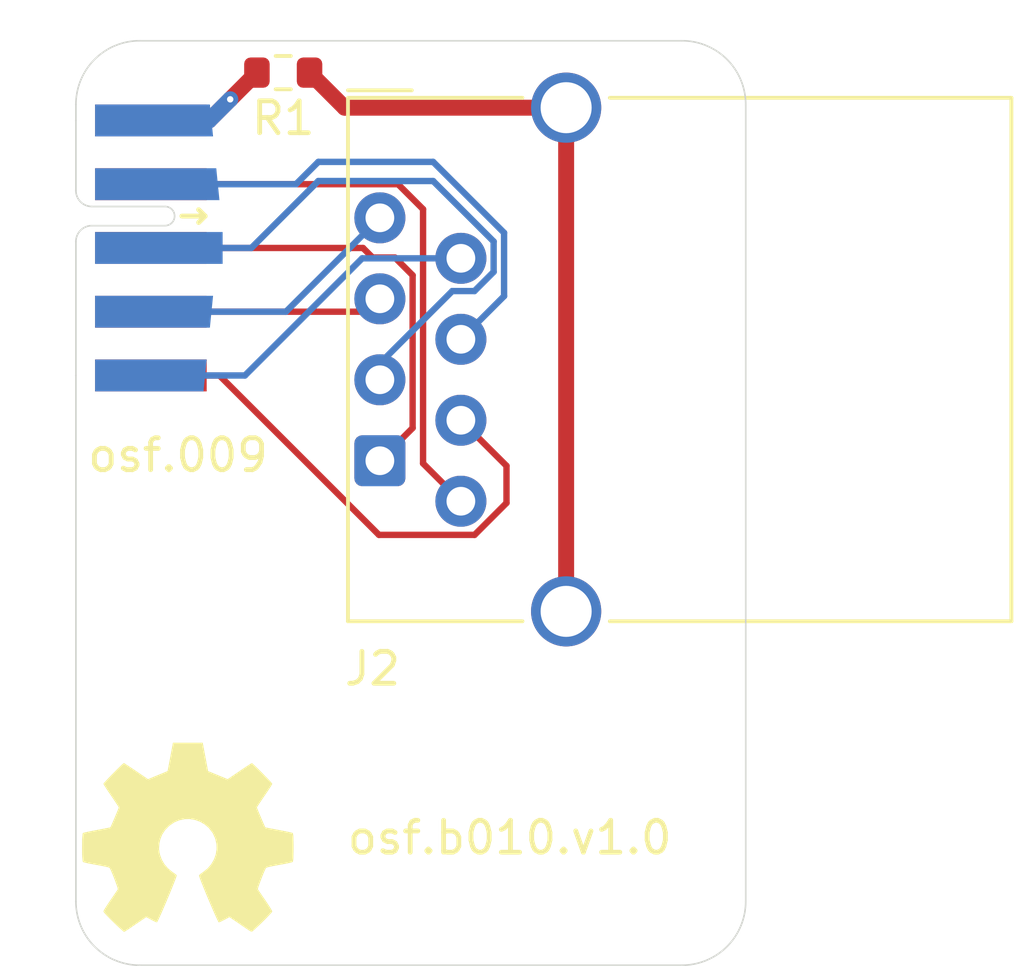
<source format=kicad_pcb>
(kicad_pcb (version 20211014) (generator pcbnew)
  (layers (0 "F.Cu" signal) (31 "B.Cu" signal) (34 "B.Paste" user) (35 "F.Paste" user) (36 "B.SilkS" user "B.Silkscreen") (37 "F.SilkS" user "F.Silkscreen") (38 "B.Mask" user) (39 "F.Mask" user) (44 "Edge.Cuts" user))
  (net 0 "")
  (net 1 "Earth")
  (net 2 "/rj45/TD1+")
  (net 3 "/rj45/TD1-")
  (net 4 "/rj45/TD2+")
  (net 5 "/rj45/TD2-")
  (net 6 "/rj45/TD3+")
  (net 7 "/rj45/TD3-")
  (net 8 "/rj45/TD4+")
  (net 9 "/rj45/TD4-")
  (net 10 "/rj45/SCHIELD")
  (footprint "Resistor_SMD:R_0603_1608Metric" (layer "F.Cu") (at 146.5 91 180)
    (fp_text reference "R1" (at 0 -1.43) (layer "F.SilkS"))
    (fp_text value "0R")
    (fp_line (start -0.237258 0.5225) (end 0.237258 0.5225) (layer "F.SilkS") (width 0.12))
    (fp_line (start -0.237258 -0.5225) (end 0.237258 -0.5225) (layer "F.SilkS") (width 0.12))
    (pad "1" smd roundrect (at -0.825 0 180) (size 0.8 0.95) (layers "F.Cu" "F.Paste" "F.Mask") (net 10 "/rj45/SCHIELD"))
    (pad "2" smd roundrect (at 0.825 0 180) (size 0.8 0.95) (layers "F.Cu" "F.Paste" "F.Mask") (net 1 "Earth"))
  )
  (footprint "Symbol:OSHW-Symbol_6.7x6mm_SilkScreen" (layer "F.Cu") (at 143.5 115)
    (fp_text reference "LOGO1" hide)
    (fp_text value "Logo_Open_Hardware_Small" hide)
    (fp_poly (pts (xy 0.555814 -2.531069) (xy 0.639635 -2.086445) (xy 0.94892 -1.958947) (xy 1.258206 -1.831449) (xy 1.629246 -2.083754) (xy 1.733157 -2.154004) (xy 1.827087 -2.216728) (xy 1.906652 -2.269062) (xy 1.96747 -2.308143) (xy 2.005157 -2.331107) (xy 2.015421 -2.336058) (xy 2.03391 -2.323324) (xy 2.07342 -2.288118) (xy 2.129522 -2.234938) (xy 2.197787 -2.168282) (xy 2.273786 -2.092646) (xy 2.353092 -2.012528) (xy 2.431275 -1.932426) (xy 2.503907 -1.856836) (xy 2.566559 -1.790255) (xy 2.614803 -1.737182) (xy 2.64421 -1.702113) (xy 2.651241 -1.690377) (xy 2.641123 -1.66874) (xy 2.612759 -1.621338) (xy 2.569129 -1.552807) (xy 2.513218 -1.467785) (xy 2.448006 -1.370907) (xy 2.410219 -1.31565) (xy 2.341343 -1.214752) (xy 2.28014 -1.123701) (xy 2.229578 -1.04703) (xy 2.192628 -0.989272) (xy 2.172258 -0.954957) (xy 2.169197 -0.947746) (xy 2.176136 -0.927252) (xy 2.195051 -0.879487) (xy 2.223087 -0.811168) (xy 2.257391 -0.729011) (xy 2.295109 -0.63973) (xy 2.333387 -0.550042) (xy 2.36937 -0.466662) (xy 2.400206 -0.396306) (xy 2.423039 -0.34569) (xy 2.435017 -0.321529) (xy 2.435724 -0.320578) (xy 2.454531 -0.315964) (xy 2.504618 -0.305672) (xy 2.580793 -0.290713) (xy 2.677865 -0.272099) (xy 2.790643 -0.250841) (xy 2.856442 -0.238582) (xy 2.97695 -0.215638) (xy 3.085797 -0.193805) (xy 3.177476 -0.174278) (xy 3.246481 -0.158252) (xy 3.287304 -0.146921) (xy 3.295511 -0.143326) (xy 3.303548 -0.118994) (xy 3.310033 -0.064041) (xy 3.31497 0.015108) (xy 3.318364 0.112026) (xy 3.320218 0.220287) (xy 3.320538 0.333465) (xy 3.319327 0.445135) (xy 3.31659 0.548868) (xy 3.312331 0.638241) (xy 3.306555 0.706826) (xy 3.299267 0.748197) (xy 3.294895 0.75681) (xy 3.268764 0.767133) (xy 3.213393 0.781892) (xy 3.136107 0.799352) (xy 3.04423 0.81778) (xy 3.012158 0.823741) (xy 2.857524 0.852066) (xy 2.735375 0.874876) (xy 2.641673 0.89308) (xy 2.572384 0.907583) (xy 2.523471 0.919292) (xy 2.490897 0.929115) (xy 2.470628 0.937956) (xy 2.458626 0.946724) (xy 2.456947 0.948457) (xy 2.440184 0.976371) (xy 2.414614 1.030695) (xy 2.382788 1.104777) (xy 2.34726 1.191965) (xy 2.310583 1.285608) (xy 2.275311 1.379052) (xy 2.243996 1.465647) (xy 2.219193 1.53874) (xy 2.203454 1.591678) (xy 2.199332 1.617811) (xy 2.199676 1.618726) (xy 2.213641 1.640086) (xy 2.245322 1.687084) (xy 2.291391 1.754827) (xy 2.348518 1.838423) (xy 2.413373 1.932982) (xy 2.431843 1.959854) (xy 2.497699 2.057275) (xy 2.55565 2.146163) (xy 2.602538 2.221412) (xy 2.635207 2.27792) (xy 2.6505 2.310581) (xy 2.651241 2.314593) (xy 2.638392 2.335684) (xy 2.602888 2.377464) (xy 2.549293 2.435445) (xy 2.482171 2.505135) (xy 2.406087 2.582045) (xy 2.325604 2.661683) (xy 2.245287 2.739561) (xy 2.169699 2.811186) (xy 2.103405 2.87207) (xy 2.050969 2.917721) (xy 2.016955 2.94365) (xy 2.007545 2.947883) (xy 1.985643 2.937912) (xy 1.9408 2.91102) (xy 1.880321 2.871736) (xy 1.833789 2.840117) (xy 1.749475 2.782098) (xy 1.649626 2.713784) (xy 1.549473 2.645579) (xy 1.495627 2.609075) (xy 1.313371 2.4858) (xy 1.160381 2.56852) (xy 1.090682 2.604759) (xy 1.031414 2.632926) (xy 0.991311 2.648991) (xy 0.981103 2.651226) (xy 0.968829 2.634722) (xy 0.944613 2.588082) (xy 0.910263 2.515609) (xy 0.867588 2.421606) (xy 0.818394 2.310374) (xy 0.76449 2.186215) (xy 0.707684 2.053432) (xy 0.649782 1.916327) (xy 0.592593 1.779202) (xy 0.537924 1.646358) (xy 0.487584 1.522098) (xy 0.44338 1.410725) (xy 0.407119 1.316539) (xy 0.380609 1.243844) (xy 0.365658 1.196941) (xy 0.363254 1.180833) (xy 0.382311 1.160286) (xy 0.424036 1.126933) (xy 0.479706 1.087702) (xy 0.484378 1.084599) (xy 0.628264 0.969423) (xy 0.744283 0.835053) (xy 0.83143 0.685784) (xy 0.888699 0.525913) (xy 0.915086 0.359737) (xy 0.909585 0.191552) (xy 0.87119 0.025655) (xy 0.798895 -0.133658) (xy 0.777626 -0.168513) (xy 0.666996 -0.309263) (xy 0.536302 -0.422286) (xy 0.390064 -0.506997) (xy 0.232808 -0.562806) (xy 0.069057 -0.589126) (xy -0.096667 -0.58537) (xy -0.259838 -0.55095) (xy -0.415935 -0.485277) (xy -0.560433 -0.387765) (xy -0.605131 -0.348187) (xy -0.718888 -0.224297) (xy -0.801782 -0.093876) (xy -0.858644 0.052315) (xy -0.890313 0.197088) (xy -0.898131 0.35986) (xy -0.872062 0.52344) (xy -0.814755 0.682298) (xy -0.728856 0.830906) (xy -0.617014 0.963735) (xy -0.481877 1.075256) (xy -0.464117 1.087011) (xy -0.40785 1.125508) (xy -0.365077 1.158863) (xy -0.344628 1.18016) (xy -0.344331 1.180833) (xy -0.348721 1.203871) (xy -0.366124 1.256157) (xy -0.394732 1.33339) (xy -0.432735 1.431268) (xy -0.478326 1.545491) (xy -0.529697 1.671758) (xy -0.585038 1.805767) (xy -0.642542 1.943218) (xy -0.700399 2.079808) (xy -0.756802 2.211237) (xy -0.809942 2.333205) (xy -0.85801 2.441409) (xy -0.899199 2.531549) (xy -0.931699 2.599323) (xy -0.953703 2.64043) (xy -0.962564 2.651226) (xy -0.98964 2.642819) (xy -1.040303 2.620272) (xy -1.105817 2.587613) (xy -1.141841 2.56852) (xy -1.294832 2.4858) (xy -1.477088 2.609075) (xy -1.570125 2.672228) (xy -1.671985 2.741727) (xy -1.767438 2.807165) (xy -1.81525 2.840117) (xy -1.882495 2.885273) (xy -1.939436 2.921057) (xy -1.978646 2.942938) (xy -1.991381 2.947563) (xy -2.009917 2.935085) (xy -2.050941 2.900252) (xy -2.110475 2.846678) (xy -2.184542 2.777983) (xy -2.269165 2.697781) (xy -2.322685 2.646286) (xy -2.416319 2.554286) (xy -2.497241 2.471999) (xy -2.562177 2.402945) (xy -2.607858 2.350644) (xy -2.631011 2.318616) (xy -2.633232 2.312116) (xy -2.622924 2.287394) (xy -2.594439 2.237405) (xy -2.550937 2.167212) (xy -2.495577 2.081875) (xy -2.43152 1.986456) (xy -2.413303 1.959854) (xy -2.346927 1.863167) (xy -2.287378 1.776117) (xy -2.237984 1.703595) (xy -2.202075 1.650493) (xy -2.182981 1.621703) (xy -2.181136 1.618726) (xy -2.183895 1.595782) (xy -2.198538 1.545336) (xy -2.222513 1.474041) (xy -2.253266 1.388547) (xy -2.288244 1.295507) (xy -2.324893 1.201574) (xy -2.360661 1.113399) (xy -2.392994 1.037634) (xy -2.419338 0.980931) (xy -2.437142 0.949943) (xy -2.438407 0.948457) (xy -2.449294 0.939601) (xy -2.467682 0.930843) (xy -2.497606 0.921277) (xy -2.543103 0.909996) (xy -2.608209 0.896093) (xy -2.696961 0.878663) (xy -2.813393 0.856798) (xy -2.961542 0.829591) (xy -2.993618 0.823741) (xy -3.088686 0.805374) (xy -3.171565 0.787405) (xy -3.23493 0.771569) (xy -3.271458 0.7596) (xy -3.276356 0.75681) (xy -3.284427 0.732072) (xy -3.290987 0.67679) (xy -3.296033 0.597389) (xy -3.299559 0.500296) (xy -3.301561 0.391938) (xy -3.302036 0.27874) (xy -3.300977 0.167128) (xy -3.298382 0.063529) (xy -3.294246 -0.025632) (xy -3.288563 -0.093928) (xy -3.281331 -0.134934) (xy -3.276971 -0.143326) (xy -3.252698 -0.151792) (xy -3.197426 -0.165565) (xy -3.116662 -0.18345) (xy -3.015912 -0.204252) (xy -2.900683 -0.226777) (xy -2.837902 -0.238582) (xy -2.718787 -0.260849) (xy -2.612565 -0.281021) (xy -2.524427 -0.298085) (xy -2.459566 -0.311031) (xy -2.423174 -0.318845) (xy -2.417184 -0.320578) (xy -2.407061 -0.34011) (xy -2.385662 -0.387157) (xy -2.355839 -0.454997) (xy -2.320445 -0.536909) (xy -2.282332 -0.626172) (xy -2.244353 -0.716065) (xy -2.20936 -0.799865) (xy -2.180206 -0.870853) (xy -2.159743 -0.922306) (xy -2.150823 -0.947503) (xy -2.150657 -0.948604) (xy -2.160769 -0.968481) (xy -2.189117 -1.014223) (xy -2.232723 -1.081283) (xy -2.288606 -1.165116) (xy -2.353787 -1.261174) (xy -2.391679 -1.31635) (xy -2.460725 -1.417519) (xy -2.52205 -1.50937) (xy -2.572663 -1.587256) (xy -2.609571 -1.646531) (xy -2.629782 -1.682549) (xy -2.632701 -1.690623) (xy -2.620153 -1.709416) (xy -2.585463 -1.749543) (xy -2.533063 -1.806507) (xy -2.467384 -1.875815) (xy -2.392856 -1.952969) (xy -2.313913 -2.033475) (xy -2.234983 -2.112837) (xy -2.1605 -2.18656) (xy -2.094894 -2.250148) (xy -2.042596 -2.299106) (xy -2.008039 -2.328939) (xy -1.996478 -2.336058) (xy -1.977654 -2.326047) (xy -1.932631 -2.297922) (xy -1.865787 -2.254546) (xy -1.781499 -2.198782) (xy -1.684144 -2.133494) (xy -1.610707 -2.083754) (xy -1.239667 -1.831449) (xy -0.621095 -2.086445) (xy -0.537275 -2.531069) (xy -0.453454 -2.975693) (xy 0.471994 -2.975693) (xy 0.555814 -2.531069)) (layer "F.SilkS") (width 0.01) (fill solid))
  )
  (footprint "b010:RJ45_Wuerth_615008145521_Horizontal" (layer "F.Cu") (at 149.53 95.555)
    (fp_text reference "J2" (at -0.23 14.145) (layer "F.SilkS"))
    (fp_text value "615008145521")
    (fp_line (start -1 12.655) (end 4.47 12.655) (layer "F.SilkS") (width 0.12))
    (fp_line (start -1 -3.75) (end -1 12.655) (layer "F.SilkS") (width 0.12))
    (fp_line (start 7.21 12.655) (end 19.8 12.655) (layer "F.SilkS") (width 0.12))
    (fp_line (start 4.47 -3.765) (end -1 -3.765) (layer "F.SilkS") (width 0.12))
    (fp_line (start 19.8 -3.765) (end 7.21 -3.765) (layer "F.SilkS") (width 0.12))
    (fp_line (start -1 -4) (end 1 -4) (layer "F.SilkS") (width 0.12))
    (fp_line (start 19.8 12.655) (end 19.8 -3.765) (layer "F.SilkS") (width 0.12))
    (pad "" np_thru_hole circle (at 8.89 -1.27 90) (size 3.25 3.25) (drill 3.25) (layers *.Cu *.Mask))
    (pad "" np_thru_hole circle (at 8.89 10.16 90) (size 3.25 3.25) (drill 3.25) (layers *.Cu *.Mask))
    (pad "1" thru_hole roundrect (at 0 7.62 90) (size 1.6 1.6) (drill 0.9) (layers *.Cu *.Mask) (roundrect_rratio 0.155) (net 3 "/rj45/TD1-"))
    (pad "2" thru_hole circle (at 2.54 8.89 90) (size 1.6 1.6) (drill 0.9) (layers *.Cu *.Mask) (net 2 "/rj45/TD1+"))
    (pad "3" thru_hole circle (at 2.54 6.35 90) (size 1.6 1.6) (drill 0.9) (layers *.Cu *.Mask) (net 5 "/rj45/TD2-"))
    (pad "4" thru_hole circle (at 2.54 3.81 90) (size 1.6 1.6) (drill 0.9) (layers *.Cu *.Mask) (net 6 "/rj45/TD3+"))
    (pad "5" thru_hole circle (at 0 5.08 90) (size 1.6 1.6) (drill 0.9) (layers *.Cu *.Mask) (net 7 "/rj45/TD3-"))
    (pad "6" thru_hole circle (at 0 2.54 90) (size 1.6 1.6) (drill 0.9) (layers *.Cu *.Mask) (net 4 "/rj45/TD2+"))
    (pad "7" thru_hole circle (at 0 0 90) (size 1.6 1.6) (drill 0.9) (layers *.Cu *.Mask) (net 8 "/rj45/TD4+"))
    (pad "8" thru_hole circle (at 2.54 1.27 90) (size 1.6 1.6) (drill 0.9) (layers *.Cu *.Mask) (net 9 "/rj45/TD4-"))
    (pad "SH" thru_hole circle (at 5.84 -3.455 90) (size 2.2 2.2) (drill 1.6) (layers *.Cu *.Mask) (net 10 "/rj45/SCHIELD"))
    (pad "SH" thru_hole circle (at 5.84 12.345 90) (size 2.2 2.2) (drill 1.6) (layers *.Cu *.Mask) (net 10 "/rj45/SCHIELD"))
  )
  (footprint "on_edge:on_edge_2x05_device" (layer "F.Cu") (at 140 96.5 -90)
    (fp_text reference "J1")
    (fp_text value "009_1000BASE-T")
    (fp_line (start -1.2 -3.85) (end -1 -4.05) (layer "F.SilkS") (width 0.153))
    (fp_line (start -1 -4.05) (end -1 -3.323) (layer "F.SilkS") (width 0.153))
    (fp_line (start -1 -4.05) (end -0.8 -3.85) (layer "F.SilkS") (width 0.153))
    (fp_line (start -4 0) (end -1.8 0) (layer "Edge.Cuts") (width 0.05))
    (fp_line (start -1.3 -2.8) (end -1.3 -0.5) (layer "Edge.Cuts") (width 0.05))
    (fp_line (start -0.2 0) (end 4 0) (layer "Edge.Cuts") (width 0.05))
    (fp_line (start -0.7 -0.5) (end -0.7 -2.8) (layer "Edge.Cuts") (width 0.05))
    (fp_arc (start -1.3 -2.8) (mid -1 -3.1) (end -0.7 -2.8) (layer "Edge.Cuts") (width 0.05))
    (fp_arc (start -0.2 0) (mid -0.553553 -0.146447) (end -0.7 -0.5) (layer "Edge.Cuts") (width 0.05))
    (fp_arc (start -1.3 -0.5) (mid -1.446447 -0.146447) (end -1.8 0) (layer "Edge.Cuts") (width 0.05))
    (pad "1" smd rect (at -4 -2.35 90) (size 1 3.5) (layers "F.Cu" "F.Mask") (net 1 "Earth"))
    (pad "2" smd rect (at -2 -2.35 270) (size 1 3.5) (layers "F.Cu" "F.Mask") (net 2 "/rj45/TD1+"))
    (pad "3" smd rect (at 0 -2.35 270) (size 1 3.5) (layers "F.Cu" "F.Mask") (net 3 "/rj45/TD1-"))
    (pad "4" smd rect (at 2 -2.35 90) (size 1 3.5) (layers "F.Cu" "F.Mask") (net 4 "/rj45/TD2+"))
    (pad "5" smd rect (at 4 -2.35 90) (size 1 3.5) (layers "F.Cu" "F.Mask") (net 5 "/rj45/TD2-"))
    (pad "6" smd custom (at -4 -2.4 270) (size 1 3.6) (layers "B.Cu" "B.Mask") (net 1 "Earth") (options (clearance outline) (anchor rect)) (primitives (gr_poly (pts (xy 0.5 -1.8) (xy 0.5 -1.9) (xy -0.5 -1.8)) (width 0) (fill yes))))
    (pad "7" smd custom (at -2 -2.1 270) (size 1 3) (layers "B.Cu" "B.Mask") (net 6 "/rj45/TD3+") (options (clearance outline) (anchor rect)) (primitives (gr_poly (pts (xy 0.3 -0.51) (xy 0.31 -0.62) (xy 0.33 -0.7) (xy 0.35 -0.76) (xy 0.37 -0.81) (xy 0.4 -0.86) (xy 0.44 -0.92) (xy 0.48 -0.97) (xy 0.5 -0.99) (xy 0.5 -2.4) (xy -0.5 -2.3) (xy -0.5 1.5) (xy 0.3 1.5)) (width 0) (fill yes))))
    (pad "8" smd rect (at 0 -2.6 270) (size 1 4) (layers "B.Cu" "B.Mask") (net 7 "/rj45/TD3-"))
    (pad "9" smd custom (at 2 -2.4 270) (size 1 3.6) (layers "B.Cu" "B.Mask") (net 8 "/rj45/TD4+") (options (clearance outline) (anchor rect)) (primitives (gr_poly (pts (xy -0.5 -1.8) (xy -0.5 -1.9) (xy 0.5 -1.8)) (width 0) (fill yes))))
    (pad "10" smd custom (at 4 -2.3 270) (size 1 3.4) (layers "B.Cu" "B.Mask") (net 9 "/rj45/TD4-") (options (clearance outline) (anchor rect)) (primitives (gr_poly (pts (xy -0.5 -1.7) (xy -0.5 -1.8) (xy 0.5 -1.7)) (width 0) (fill yes))))
  )
  (gr_line (start 140 92) (end 140 92.5) (layer "Edge.Cuts") (width 0.05))
  (gr_line (start 142 90) (end 159 90) (layer "Edge.Cuts") (width 0.05))
  (gr_arc (start 161 117) (mid 160.414214 118.414214) (end 159 119) (layer "Edge.Cuts") (width 0.05))
  (gr_line (start 159 119) (end 142 119) (layer "Edge.Cuts") (width 0.05))
  (gr_arc (start 159 90) (mid 160.414214 90.585786) (end 161 92) (layer "Edge.Cuts") (width 0.05))
  (gr_arc (start 142 119) (mid 140.585786 118.414214) (end 140 117) (layer "Edge.Cuts") (width 0.05))
  (gr_line (start 161 117) (end 161 92) (layer "Edge.Cuts") (width 0.05))
  (gr_line (start 140 117) (end 140 100.5) (layer "Edge.Cuts") (width 0.05))
  (gr_arc (start 140 92) (mid 140.585786 90.585786) (end 142 90) (layer "Edge.Cuts") (width 0.05))
  (gr_text "osf.b010.v1.0" (at 153.6 115) (layer "F.SilkS") (effects (font (size 1 1))))
  (gr_text "osf.009" (at 143.2 103) (layer "F.SilkS") (effects (font (size 1 1))))
  (segment (start 145.675 91) (end 144.8375 91.8375) (width 0.5) (layer "F.Cu") (net 1))
  (segment (start 144.175 92.5) (end 144.8375 91.8375) (width 0.5) (layer "F.Cu") (net 1))
  (segment (start 142.35 92.5) (end 144.175 92.5) (width 0.5) (layer "F.Cu") (net 1))
  (via (at 144.8375 91.8375) (size 0.5) (drill 0.2) (layers "F.Cu" "B.Cu") (net 1))
  (segment (start 142.4 92.5) (end 144.175 92.5) (width 0.5) (layer "B.Cu") (net 1))
  (segment (start 144.175 92.5) (end 144.8375 91.8375) (width 0.5) (layer "B.Cu") (net 1))
  (segment (start 152.07 104.445) (end 150.884 103.259) (width 0.2) (layer "F.Cu") (net 2))
  (segment (start 150.884 95.284) (end 150.1 94.5) (width 0.2) (layer "F.Cu") (net 2))
  (segment (start 150.884 103.259) (end 150.884 95.284) (width 0.2) (layer "F.Cu") (net 2))
  (segment (start 150.1 94.5) (end 142.35 94.5) (width 0.2) (layer "F.Cu") (net 2))
  (segment (start 150.557 102.148) (end 149.53 103.175) (width 0.2) (layer "F.Cu") (net 3))
  (segment (start 149.3 96.8) (end 150 96.8) (width 0.2) (layer "F.Cu") (net 3))
  (segment (start 150 96.8) (end 150.557 97.357) (width 0.2) (layer "F.Cu") (net 3))
  (segment (start 150.557 97.357) (end 150.557 102.148) (width 0.2) (layer "F.Cu") (net 3))
  (segment (start 142.35 96.5) (end 149 96.5) (width 0.2) (layer "F.Cu") (net 3))
  (segment (start 149 96.5) (end 149.3 96.8) (width 0.2) (layer "F.Cu") (net 3))
  (segment (start 142.35 98.5) (end 149.125 98.5) (width 0.2) (layer "F.Cu") (net 4))
  (segment (start 149.125 98.5) (end 149.53 98.095) (width 0.2) (layer "F.Cu") (net 4))
  (segment (start 149.5 105.5) (end 152.5 105.5) (width 0.2) (layer "F.Cu") (net 5))
  (segment (start 152.5 105.5) (end 153.5 104.5) (width 0.2) (layer "F.Cu") (net 5))
  (segment (start 153.5 103.335) (end 152.07 101.905) (width 0.2) (layer "F.Cu") (net 5))
  (segment (start 142.35 100.5) (end 144.5 100.5) (width 0.2) (layer "F.Cu") (net 5))
  (segment (start 153.5 104.5) (end 153.5 103.335) (width 0.2) (layer "F.Cu") (net 5))
  (segment (start 144.5 100.5) (end 149.5 105.5) (width 0.2) (layer "F.Cu") (net 5))
  (segment (start 151.2 93.8) (end 153.424 96.024) (width 0.2) (layer "B.Cu") (net 6))
  (segment (start 153.424 98.011) (end 152.07 99.365) (width 0.2) (layer "B.Cu") (net 6))
  (segment (start 147.6 93.8) (end 151.2 93.8) (width 0.2) (layer "B.Cu") (net 6))
  (segment (start 142.1 94.5) (end 146.9 94.5) (width 0.2) (layer "B.Cu") (net 6))
  (segment (start 153.424 96.024) (end 153.424 98.011) (width 0.2) (layer "B.Cu") (net 6))
  (segment (start 146.9 94.5) (end 147.6 93.8) (width 0.2) (layer "B.Cu") (net 6))
  (segment (start 151.2 94.4) (end 147.6 94.4) (width 0.2) (layer "B.Cu") (net 7))
  (segment (start 149.53 100.122) (end 151.8 97.852) (width 0.2) (layer "B.Cu") (net 7))
  (segment (start 153.097 96.297) (end 151.2 94.4) (width 0.2) (layer "B.Cu") (net 7))
  (segment (start 152.495398 97.852) (end 153.097 97.250398) (width 0.2) (layer "B.Cu") (net 7))
  (segment (start 149.53 100.635) (end 149.53 100.122) (width 0.2) (layer "B.Cu") (net 7))
  (segment (start 147.6 94.4) (end 145.5 96.5) (width 0.2) (layer "B.Cu") (net 7))
  (segment (start 151.8 97.852) (end 152.495398 97.852) (width 0.2) (layer "B.Cu") (net 7))
  (segment (start 153.097 97.250398) (end 153.097 96.297) (width 0.2) (layer "B.Cu") (net 7))
  (segment (start 145.5 96.5) (end 142.6 96.5) (width 0.2) (layer "B.Cu") (net 7))
  (segment (start 142.4 98.5) (end 146.585 98.5) (width 0.2) (layer "B.Cu") (net 8))
  (segment (start 146.585 98.5) (end 149.53 95.555) (width 0.2) (layer "B.Cu") (net 8))
  (segment (start 145.3 100.5) (end 148.975 96.825) (width 0.2) (layer "B.Cu") (net 9))
  (segment (start 148.975 96.825) (end 152.07 96.825) (width 0.2) (layer "B.Cu") (net 9))
  (segment (start 142.3 100.5) (end 145.3 100.5) (width 0.2) (layer "B.Cu") (net 9))
  (segment (start 155.37 107.9) (end 155.37 92.1) (width 0.5) (layer "F.Cu") (net 10))
  (segment (start 155.37 92.1) (end 148.425 92.1) (width 0.5) (layer "F.Cu") (net 10))
  (segment (start 148.425 92.1) (end 147.325 91) (width 0.5) (layer "F.Cu") (net 10))
)
</source>
